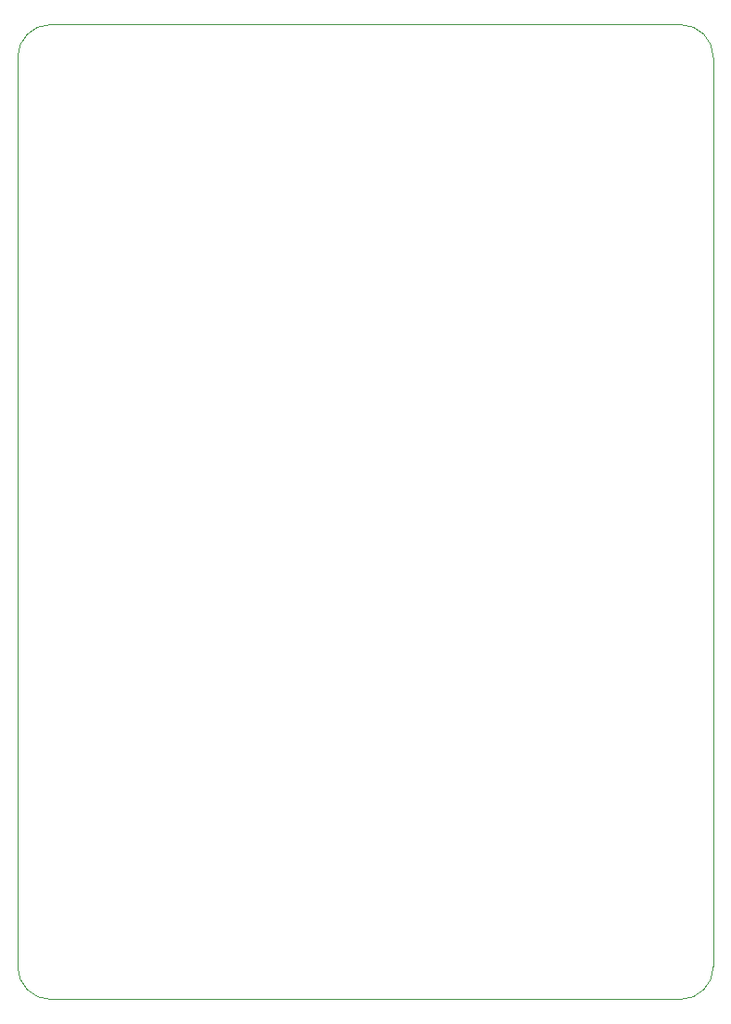
<source format=gm1>
G04 #@! TF.GenerationSoftware,KiCad,Pcbnew,9.0.3*
G04 #@! TF.CreationDate,2025-07-14T03:19:36-04:00*
G04 #@! TF.ProjectId,CHEAPSUITS,43484541-5053-4554-9954-532e6b696361,rev?*
G04 #@! TF.SameCoordinates,Original*
G04 #@! TF.FileFunction,Profile,NP*
%FSLAX46Y46*%
G04 Gerber Fmt 4.6, Leading zero omitted, Abs format (unit mm)*
G04 Created by KiCad (PCBNEW 9.0.3) date 2025-07-14 03:19:36*
%MOMM*%
%LPD*%
G01*
G04 APERTURE LIST*
G04 #@! TA.AperFunction,Profile*
%ADD10C,0.050000*%
G04 #@! TD*
G04 APERTURE END LIST*
D10*
X174049900Y-134449900D02*
X116549900Y-134449900D01*
X174049900Y-45549900D02*
G75*
G02*
X177049900Y-48549900I0J-3000000D01*
G01*
X177049900Y-131449900D02*
G75*
G02*
X174049900Y-134449900I-3000000J0D01*
G01*
X113549900Y-131449900D02*
X113549900Y-48549900D01*
X113549900Y-48549900D02*
G75*
G02*
X116549900Y-45549900I3000000J0D01*
G01*
X177049900Y-48549900D02*
X177049900Y-131449900D01*
X116549900Y-134449900D02*
G75*
G02*
X113549900Y-131449900I0J3000000D01*
G01*
X116549900Y-45549900D02*
X174049900Y-45549900D01*
M02*

</source>
